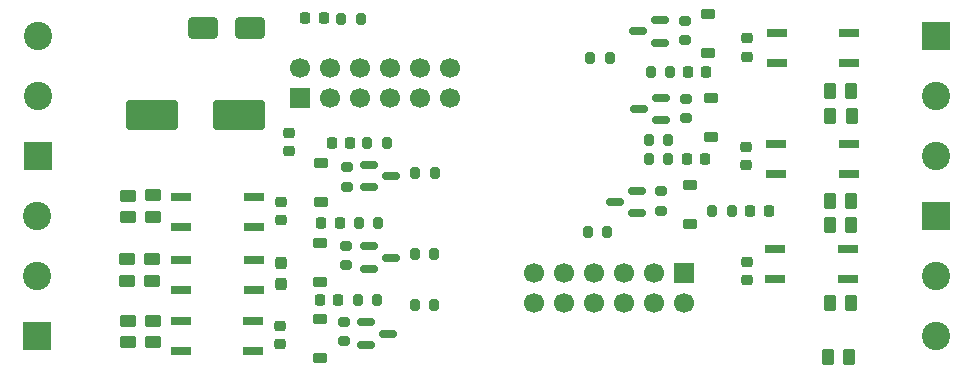
<source format=gbr>
%TF.GenerationSoftware,KiCad,Pcbnew,9.0.6*%
%TF.CreationDate,2025-12-26T20:16:36+00:00*%
%TF.ProjectId,PIDI-BOX-01-DIGIN-6-OPTO-MAIN-A1,50494449-2d42-44f5-982d-30312d444947,rev?*%
%TF.SameCoordinates,Original*%
%TF.FileFunction,Soldermask,Top*%
%TF.FilePolarity,Negative*%
%FSLAX46Y46*%
G04 Gerber Fmt 4.6, Leading zero omitted, Abs format (unit mm)*
G04 Created by KiCad (PCBNEW 9.0.6) date 2025-12-26 20:16:36*
%MOMM*%
%LPD*%
G01*
G04 APERTURE LIST*
G04 Aperture macros list*
%AMRoundRect*
0 Rectangle with rounded corners*
0 $1 Rounding radius*
0 $2 $3 $4 $5 $6 $7 $8 $9 X,Y pos of 4 corners*
0 Add a 4 corners polygon primitive as box body*
4,1,4,$2,$3,$4,$5,$6,$7,$8,$9,$2,$3,0*
0 Add four circle primitives for the rounded corners*
1,1,$1+$1,$2,$3*
1,1,$1+$1,$4,$5*
1,1,$1+$1,$6,$7*
1,1,$1+$1,$8,$9*
0 Add four rect primitives between the rounded corners*
20,1,$1+$1,$2,$3,$4,$5,0*
20,1,$1+$1,$4,$5,$6,$7,0*
20,1,$1+$1,$6,$7,$8,$9,0*
20,1,$1+$1,$8,$9,$2,$3,0*%
G04 Aperture macros list end*
%ADD10R,2.400000X2.400000*%
%ADD11C,2.400000*%
%ADD12RoundRect,0.150000X0.587500X0.150000X-0.587500X0.150000X-0.587500X-0.150000X0.587500X-0.150000X0*%
%ADD13RoundRect,0.200000X-0.275000X0.200000X-0.275000X-0.200000X0.275000X-0.200000X0.275000X0.200000X0*%
%ADD14RoundRect,0.200000X0.200000X0.275000X-0.200000X0.275000X-0.200000X-0.275000X0.200000X-0.275000X0*%
%ADD15RoundRect,0.250000X-0.262500X-0.450000X0.262500X-0.450000X0.262500X0.450000X-0.262500X0.450000X0*%
%ADD16RoundRect,0.225000X0.250000X-0.225000X0.250000X0.225000X-0.250000X0.225000X-0.250000X-0.225000X0*%
%ADD17RoundRect,0.150000X-0.587500X-0.150000X0.587500X-0.150000X0.587500X0.150000X-0.587500X0.150000X0*%
%ADD18RoundRect,0.200000X-0.200000X-0.275000X0.200000X-0.275000X0.200000X0.275000X-0.200000X0.275000X0*%
%ADD19RoundRect,0.225000X-0.250000X0.225000X-0.250000X-0.225000X0.250000X-0.225000X0.250000X0.225000X0*%
%ADD20RoundRect,0.218750X-0.218750X-0.256250X0.218750X-0.256250X0.218750X0.256250X-0.218750X0.256250X0*%
%ADD21RoundRect,0.225000X0.375000X-0.225000X0.375000X0.225000X-0.375000X0.225000X-0.375000X-0.225000X0*%
%ADD22RoundRect,0.200000X0.275000X-0.200000X0.275000X0.200000X-0.275000X0.200000X-0.275000X-0.200000X0*%
%ADD23R,1.750000X0.650000*%
%ADD24RoundRect,0.250000X-0.450000X0.262500X-0.450000X-0.262500X0.450000X-0.262500X0.450000X0.262500X0*%
%ADD25RoundRect,0.250000X0.450000X-0.262500X0.450000X0.262500X-0.450000X0.262500X-0.450000X-0.262500X0*%
%ADD26RoundRect,0.218750X0.218750X0.256250X-0.218750X0.256250X-0.218750X-0.256250X0.218750X-0.256250X0*%
%ADD27RoundRect,0.250000X1.000000X0.650000X-1.000000X0.650000X-1.000000X-0.650000X1.000000X-0.650000X0*%
%ADD28RoundRect,0.237500X-0.237500X0.300000X-0.237500X-0.300000X0.237500X-0.300000X0.237500X0.300000X0*%
%ADD29R,1.700000X1.700000*%
%ADD30C,1.700000*%
%ADD31RoundRect,0.225000X-0.375000X0.225000X-0.375000X-0.225000X0.375000X-0.225000X0.375000X0.225000X0*%
%ADD32RoundRect,0.250000X1.950000X1.000000X-1.950000X1.000000X-1.950000X-1.000000X1.950000X-1.000000X0*%
G04 APERTURE END LIST*
D10*
%TO.C,J1*%
X187883800Y-75031600D03*
D11*
X187883800Y-80111600D03*
X187883800Y-85191600D03*
%TD*%
D12*
%TO.C,Q1*%
X162557700Y-74738900D03*
X162557700Y-72838900D03*
X160682700Y-73788900D03*
%TD*%
D13*
%TO.C,R18*%
X137749800Y-83934800D03*
X137749800Y-85584800D03*
%TD*%
D14*
%TO.C,R22*%
X145376400Y-78232000D03*
X143726400Y-78232000D03*
%TD*%
D15*
%TO.C,R13*%
X178868700Y-64414400D03*
X180693700Y-64414400D03*
%TD*%
D16*
%TO.C,C3*%
X171907200Y-61506400D03*
X171907200Y-59956400D03*
%TD*%
D17*
%TO.C,Q6*%
X139872500Y-70678000D03*
X139872500Y-72578000D03*
X141747500Y-71628000D03*
%TD*%
D18*
%TO.C,R7*%
X163563800Y-68554600D03*
X165213800Y-68554600D03*
%TD*%
%TO.C,R1*%
X168910100Y-74574400D03*
X170560100Y-74574400D03*
%TD*%
D16*
%TO.C,C1*%
X171881800Y-80454800D03*
X171881800Y-78904800D03*
%TD*%
D19*
%TO.C,C7*%
X133070600Y-67982800D03*
X133070600Y-69532800D03*
%TD*%
D18*
%TO.C,R12*%
X158598600Y-61595000D03*
X160248600Y-61595000D03*
%TD*%
D15*
%TO.C,R8*%
X178870600Y-73710800D03*
X180695600Y-73710800D03*
%TD*%
D20*
%TO.C,D6*%
X135707450Y-82118200D03*
X137282450Y-82118200D03*
%TD*%
D21*
%TO.C,D9*%
X167075000Y-75650000D03*
X167075000Y-72350000D03*
%TD*%
D14*
%TO.C,R11*%
X165366300Y-62839600D03*
X163716300Y-62839600D03*
%TD*%
D22*
%TO.C,R10*%
X166680100Y-66715200D03*
X166680100Y-65065200D03*
%TD*%
D23*
%TO.C,IC6*%
X123975800Y-73406000D03*
X123975800Y-75946000D03*
X130125800Y-75946000D03*
X130125800Y-73406000D03*
%TD*%
D24*
%TO.C,R19*%
X121564400Y-83872700D03*
X121564400Y-85697700D03*
%TD*%
D18*
%TO.C,R16*%
X138895650Y-82118200D03*
X140545650Y-82118200D03*
%TD*%
D25*
%TO.C,R31*%
X119430800Y-75105900D03*
X119430800Y-73280900D03*
%TD*%
D18*
%TO.C,R26*%
X137515600Y-58318400D03*
X139165600Y-58318400D03*
%TD*%
D12*
%TO.C,Q3*%
X164538900Y-60310800D03*
X164538900Y-58410800D03*
X162663900Y-59360800D03*
%TD*%
D14*
%TO.C,R17*%
X145376400Y-82550000D03*
X143726400Y-82550000D03*
%TD*%
D26*
%TO.C,D4*%
X168325900Y-70205600D03*
X166750900Y-70205600D03*
%TD*%
%TO.C,D5*%
X168427600Y-62839600D03*
X166852600Y-62839600D03*
%TD*%
D27*
%TO.C,D2*%
X129812800Y-59105800D03*
X125812800Y-59105800D03*
%TD*%
D25*
%TO.C,R25*%
X119354600Y-80465300D03*
X119354600Y-78640300D03*
%TD*%
D24*
%TO.C,R24*%
X121513600Y-78640300D03*
X121513600Y-80465300D03*
%TD*%
D28*
%TO.C,C5*%
X132384800Y-78995100D03*
X132384800Y-80720100D03*
%TD*%
D10*
%TO.C,J4*%
X111788600Y-85158000D03*
D11*
X111788600Y-80078000D03*
X111788600Y-74998000D03*
%TD*%
D20*
%TO.C,D8*%
X136708200Y-68808600D03*
X138283200Y-68808600D03*
%TD*%
D18*
%TO.C,R2*%
X158407600Y-76352400D03*
X160057600Y-76352400D03*
%TD*%
D10*
%TO.C,J3*%
X111810800Y-69875400D03*
D11*
X111810800Y-64795400D03*
X111810800Y-59715400D03*
%TD*%
D26*
%TO.C,D3*%
X173736100Y-74574400D03*
X172161100Y-74574400D03*
%TD*%
D29*
%TO.C,J5*%
X133985000Y-64998600D03*
D30*
X133985000Y-62458600D03*
X136525000Y-64998600D03*
X136525000Y-62458600D03*
X139065000Y-64998600D03*
X139065000Y-62458600D03*
X141605000Y-64998600D03*
X141605000Y-62458600D03*
X144145000Y-64998600D03*
X144145000Y-62458600D03*
X146685000Y-64998600D03*
X146685000Y-62458600D03*
%TD*%
D21*
%TO.C,D11*%
X168579800Y-61187600D03*
X168579800Y-57887600D03*
%TD*%
D18*
%TO.C,R21*%
X139007500Y-75595000D03*
X140657500Y-75595000D03*
%TD*%
D31*
%TO.C,D14*%
X135686800Y-83744800D03*
X135686800Y-87044800D03*
%TD*%
D23*
%TO.C,IC4*%
X123925000Y-83921600D03*
X123925000Y-86461600D03*
X130075000Y-86461600D03*
X130075000Y-83921600D03*
%TD*%
D24*
%TO.C,R30*%
X121564400Y-73257400D03*
X121564400Y-75082400D03*
%TD*%
D31*
%TO.C,D13*%
X135692400Y-77293200D03*
X135692400Y-80593200D03*
%TD*%
D20*
%TO.C,D1*%
X134442100Y-58267600D03*
X136017100Y-58267600D03*
%TD*%
D17*
%TO.C,Q4*%
X139608600Y-84013000D03*
X139608600Y-85913000D03*
X141483600Y-84963000D03*
%TD*%
D23*
%TO.C,IC2*%
X180468600Y-71475600D03*
X180468600Y-68935600D03*
X174318600Y-68935600D03*
X174318600Y-71475600D03*
%TD*%
D22*
%TO.C,R15*%
X166598600Y-60135000D03*
X166598600Y-58485000D03*
%TD*%
D32*
%TO.C,C6*%
X128871200Y-66421000D03*
X121471200Y-66421000D03*
%TD*%
D15*
%TO.C,R14*%
X178919500Y-66548000D03*
X180744500Y-66548000D03*
%TD*%
D31*
%TO.C,D12*%
X135819400Y-70486000D03*
X135819400Y-73786000D03*
%TD*%
D13*
%TO.C,R29*%
X137965200Y-70871600D03*
X137965200Y-72521600D03*
%TD*%
D23*
%TO.C,IC3*%
X180519400Y-62077600D03*
X180519400Y-59537600D03*
X174369400Y-59537600D03*
X174369400Y-62077600D03*
%TD*%
%TO.C,IC1*%
X180392400Y-80340200D03*
X180392400Y-77800200D03*
X174242400Y-77800200D03*
X174242400Y-80340200D03*
%TD*%
D12*
%TO.C,Q2*%
X164566600Y-66873200D03*
X164566600Y-64973200D03*
X162691600Y-65923200D03*
%TD*%
D20*
%TO.C,D7*%
X135844600Y-75595000D03*
X137419600Y-75595000D03*
%TD*%
D15*
%TO.C,R9*%
X178868700Y-75793600D03*
X180693700Y-75793600D03*
%TD*%
D19*
%TO.C,C4*%
X132334000Y-84289600D03*
X132334000Y-85839600D03*
%TD*%
D15*
%TO.C,R4*%
X178716300Y-86918800D03*
X180541300Y-86918800D03*
%TD*%
D14*
%TO.C,R6*%
X165213800Y-70205600D03*
X163563800Y-70205600D03*
%TD*%
D10*
%TO.C,J2*%
X187833800Y-59781600D03*
D11*
X187833800Y-64861600D03*
X187833800Y-69941600D03*
%TD*%
D22*
%TO.C,R5*%
X164617400Y-74561200D03*
X164617400Y-72911200D03*
%TD*%
D14*
%TO.C,R28*%
X145439400Y-71374000D03*
X143789400Y-71374000D03*
%TD*%
D29*
%TO.C,J6*%
X166497000Y-79781400D03*
D30*
X166497000Y-82321400D03*
X163957000Y-79781400D03*
X163957000Y-82321400D03*
X161417000Y-79781400D03*
X161417000Y-82321400D03*
X158877000Y-79781400D03*
X158877000Y-82321400D03*
X156337000Y-79781400D03*
X156337000Y-82321400D03*
X153797000Y-79781400D03*
X153797000Y-82321400D03*
%TD*%
D18*
%TO.C,R27*%
X139718700Y-68808600D03*
X141368700Y-68808600D03*
%TD*%
D19*
%TO.C,C8*%
X132410200Y-73774000D03*
X132410200Y-75324000D03*
%TD*%
D21*
%TO.C,D10*%
X168783000Y-68299600D03*
X168783000Y-64999600D03*
%TD*%
D15*
%TO.C,R3*%
X178868700Y-82397600D03*
X180693700Y-82397600D03*
%TD*%
D23*
%TO.C,IC5*%
X123975800Y-78689200D03*
X123975800Y-81229200D03*
X130125800Y-81229200D03*
X130125800Y-78689200D03*
%TD*%
D17*
%TO.C,Q5*%
X139834900Y-77561400D03*
X139834900Y-79461400D03*
X141709900Y-78511400D03*
%TD*%
D24*
%TO.C,R20*%
X119430800Y-83872700D03*
X119430800Y-85697700D03*
%TD*%
D13*
%TO.C,R23*%
X137953000Y-77495400D03*
X137953000Y-79145400D03*
%TD*%
D16*
%TO.C,C2*%
X171805600Y-70675800D03*
X171805600Y-69125800D03*
%TD*%
M02*

</source>
